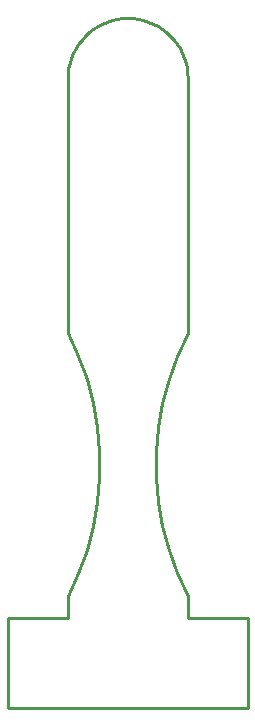
<source format=gbr>
G04 EAGLE Gerber RS-274X export*
G75*
%MOMM*%
%FSLAX34Y34*%
%LPD*%
%IN*%
%IPPOS*%
%AMOC8*
5,1,8,0,0,1.08239X$1,22.5*%
G01*
%ADD10C,0.254000*%


D10*
X-101600Y-76200D02*
X101600Y-76200D01*
X101600Y0D01*
X50800Y0D01*
X50800Y19050D01*
X41927Y38078D01*
X34746Y57807D01*
X29313Y78086D01*
X25667Y98762D01*
X23837Y119678D01*
X23837Y140673D01*
X25667Y161588D01*
X29313Y182264D01*
X34746Y202543D01*
X41927Y222272D01*
X50800Y241300D01*
X50800Y457200D01*
X50607Y461628D01*
X50028Y466021D01*
X49069Y470348D01*
X47736Y474575D01*
X46040Y478669D01*
X43994Y482600D01*
X41613Y486338D01*
X38915Y489854D01*
X35921Y493121D01*
X32654Y496115D01*
X29138Y498813D01*
X25400Y501194D01*
X21469Y503240D01*
X17375Y504936D01*
X13148Y506269D01*
X8821Y507228D01*
X4428Y507807D01*
X0Y508000D01*
X-4428Y507807D01*
X-8821Y507228D01*
X-13148Y506269D01*
X-17375Y504936D01*
X-21469Y503240D01*
X-25400Y501194D01*
X-29138Y498813D01*
X-32654Y496115D01*
X-35921Y493121D01*
X-38915Y489854D01*
X-41613Y486338D01*
X-43994Y482600D01*
X-46040Y478669D01*
X-47736Y474575D01*
X-49069Y470348D01*
X-50028Y466021D01*
X-50607Y461628D01*
X-50800Y457200D01*
X-50800Y241300D01*
X-41927Y222272D01*
X-34746Y202543D01*
X-29313Y182264D01*
X-25667Y161588D01*
X-23837Y140673D01*
X-23837Y119678D01*
X-25667Y98762D01*
X-29313Y78086D01*
X-34746Y57807D01*
X-41927Y38078D01*
X-50800Y19050D01*
X-50800Y0D01*
X-101600Y0D01*
X-101600Y-76200D01*
M02*

</source>
